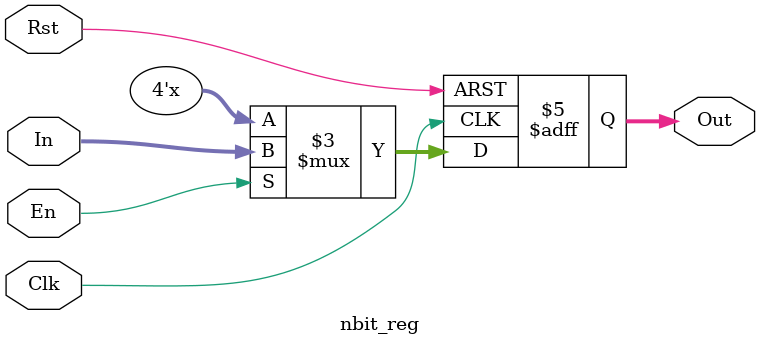
<source format=v>
`timescale 1ns / 1ps

module nbit_reg #(parameter WIDTH=4)(Clk, En, Rst, In, Out);
    input Clk, En, Rst;
    input [WIDTH-1:0] In;
    output reg [WIDTH-1:0] Out;
    
	always @ (posedge Clk or posedge Rst) begin
		if (Rst)
			Out <= 0;
		else if (En)
			Out <= In;
		else
			Out <= 'bx;
	end
    
endmodule

</source>
